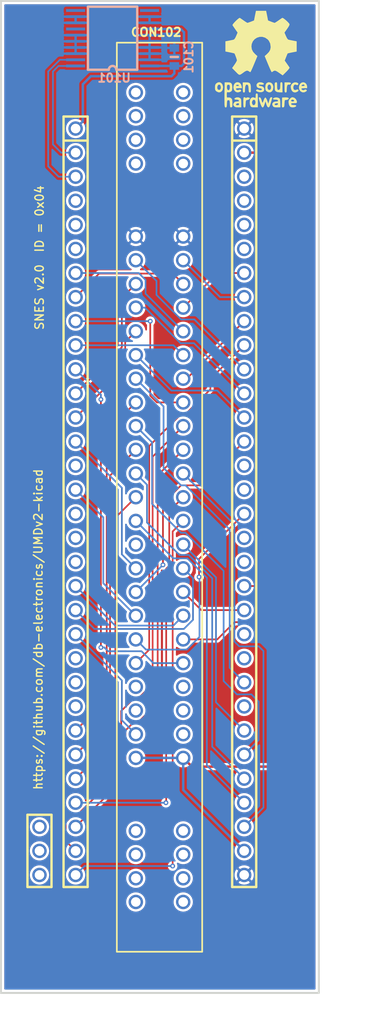
<source format=kicad_pcb>
(kicad_pcb (version 20171130) (host pcbnew "(5.1.2-1)-1")
  (title_block (title "SNES UMDv2 Adapter") (date 2020-03-02) (rev 2.0) (comment 1 "Licensed Under CERN OHL v.1.2") (comment 2 https://github.com/beatlegeuse/UMDv2-snes-kicad))
  (layers (0 F.Cu signal) (31 B.Cu signal) (34 B.Paste user) (35 F.Paste user) (36 B.SilkS user) (37 F.SilkS user) (38 B.Mask user) (39 F.Mask user) (44 Edge.Cuts user))
  (net 0 "")
  (net 1 +3V3)
  (net 2 GND)
  (net 3 /SDA)
  (net 4 /SCL)
  (net 5 /A15)
  (net 6 /A13)
  (net 7 /A18)
  (net 8 /A16)
  (net 9 /A10)
  (net 10 /A8)
  (net 11 /D0)
  (net 12 /D2)
  (net 13 /D6)
  (net 14 /D4)
  (net 15 /A5)
  (net 16 /A3)
  (net 17 /A1)
  (net 18 /A22)
  (net 19 /A20)
  (net 20 /A19)
  (net 21 /A23)
  (net 22 /A21)
  (net 23 /A2)
  (net 24 /A4)
  (net 25 /A6)
  (net 26 /D5)
  (net 27 /D7)
  (net 28 /D3)
  (net 29 /D1)
  (net 30 /A7)
  (net 31 /A9)
  (net 32 /A11)
  (net 33 /A17)
  (net 34 /A12)
  (net 35 /A14)
  (net 36 "Net-(CON101-Pad67)")
  (net 37 "Net-(CON101-Pad66)")
  (net 38 "Net-(CON101-Pad65)")
  (net 39 +5V)
  (net 40 "Net-(CON101-Pad62)")
  (net 41 "Net-(CON101-Pad61)")
  (net 42 "Net-(CON101-Pad60)")
  (net 43 "Net-(CON101-Pad59)")
  (net 44 /~RD)
  (net 45 "Net-(CON101-Pad50)")
  (net 46 "Net-(CON101-Pad49)")
  (net 47 "Net-(CON101-Pad47)")
  (net 48 "Net-(CON101-Pad46)")
  (net 49 "Net-(CON101-Pad43)")
  (net 50 "Net-(CON101-Pad42)")
  (net 51 "Net-(CON101-Pad40)")
  (net 52 /~CE)
  (net 53 /A0)
  (net 54 "Net-(CON101-Pad25)")
  (net 55 "Net-(CON101-Pad24)")
  (net 56 "Net-(CON101-Pad23)")
  (net 57 /~RESET)
  (net 58 "Net-(CON101-Pad19)")
  (net 59 "Net-(CON101-Pad18)")
  (net 60 "Net-(CON101-Pad17)")
  (net 61 "Net-(CON101-Pad15)")
  (net 62 /~WR)
  (net 63 "Net-(CON101-Pad6)")
  (net 64 "Net-(CON101-Pad5)")
  (net 65 "Net-(CON101-Pad4)")
  (net 66 "Net-(CON102-Pad32)")
  (net 67 "Net-(CON102-Pad33)")
  (net 68 "Net-(CON102-Pad34)")
  (net 69 "Net-(CON102-Pad35)")
  (net 70 "Net-(CON102-Pad55)")
  (net 71 "Net-(CON102-Pad56)")
  (net 72 "Net-(CON102-Pad57)")
  (net 73 "Net-(CON102-Pad59)")
  (net 74 "Net-(CON102-Pad60)")
  (net 75 "Net-(CON102-Pad61)")
  (net 76 "Net-(CON102-Pad62)")
  (net 77 "Net-(CON102-Pad31)")
  (net 78 "Net-(CON102-Pad30)")
  (net 79 "Net-(CON102-Pad29)")
  (net 80 "Net-(CON102-Pad28)")
  (net 81 "Net-(CON102-Pad25)")
  (net 82 "Net-(CON102-Pad24)")
  (net 83 "Net-(CON102-Pad18)")
  (net 84 "Net-(CON102-Pad4)")
  (net 85 "Net-(CON102-Pad3)")
  (net 86 "Net-(CON102-Pad2)")
  (net 87 "Net-(CON102-Pad1)")
  (net 88 "Net-(U101-Pad7)")
  (net 89 "Net-(U101-Pad10)")
  (net 90 "Net-(U101-Pad11)")
  (module db-thparts:UMD-CONN-DIP64 (layer F.Cu) (at 135.89 64.77)
    (fp_text reference CON101 hide)
    (fp_text value UMDv2-CONN hide)
    (pad 67 thru_hole circle (at -3.81 78.74 270) (size 1.524 1.524) (drill 1.016) (layers *.Cu *.Mask) (net 36 "Net-(CON101-Pad67)"))
    (pad 66 thru_hole circle (at -3.81 76.2 270) (size 1.524 1.524) (drill 1.016) (layers *.Cu *.Mask) (net 37 "Net-(CON101-Pad66)"))
    (pad 65 thru_hole circle (at -3.81 73.66 270) (size 1.524 1.524) (drill 1.016) (layers *.Cu *.Mask) (net 38 "Net-(CON101-Pad65)"))
    (pad 64 thru_hole circle (at 17.78 0) (size 1.524 1.524) (drill 1.016) (layers *.Cu *.Mask) (net 2 GND))
    (pad 63 thru_hole circle (at 17.78 2.54) (size 1.524 1.524) (drill 1.016) (layers *.Cu *.Mask) (net 39 +5V))
    (pad 62 thru_hole circle (at 17.78 5.08) (size 1.524 1.524) (drill 1.016) (layers *.Cu *.Mask) (net 40 "Net-(CON101-Pad62)"))
    (pad 61 thru_hole circle (at 17.78 7.62) (size 1.524 1.524) (drill 1.016) (layers *.Cu *.Mask) (net 41 "Net-(CON101-Pad61)"))
    (pad 60 thru_hole circle (at 17.78 10.16) (size 1.524 1.524) (drill 1.016) (layers *.Cu *.Mask) (net 42 "Net-(CON101-Pad60)"))
    (pad 59 thru_hole circle (at 17.78 12.7) (size 1.524 1.524) (drill 1.016) (layers *.Cu *.Mask) (net 43 "Net-(CON101-Pad59)"))
    (pad 58 thru_hole circle (at 17.78 15.24) (size 1.524 1.524) (drill 1.016) (layers *.Cu *.Mask) (net 35 /A14))
    (pad 57 thru_hole circle (at 17.78 17.78) (size 1.524 1.524) (drill 1.016) (layers *.Cu *.Mask) (net 34 /A12))
    (pad 56 thru_hole circle (at 17.78 20.32) (size 1.524 1.524) (drill 1.016) (layers *.Cu *.Mask) (net 33 /A17))
    (pad 55 thru_hole circle (at 17.78 22.86) (size 1.524 1.524) (drill 1.016) (layers *.Cu *.Mask) (net 44 /~RD))
    (pad 54 thru_hole circle (at 17.78 25.4) (size 1.524 1.524) (drill 1.016) (layers *.Cu *.Mask) (net 32 /A11))
    (pad 53 thru_hole circle (at 17.78 27.94) (size 1.524 1.524) (drill 1.016) (layers *.Cu *.Mask) (net 31 /A9))
    (pad 52 thru_hole circle (at 17.78 30.48) (size 1.524 1.524) (drill 1.016) (layers *.Cu *.Mask) (net 30 /A7))
    (pad 51 thru_hole circle (at 17.78 33.02) (size 1.524 1.524) (drill 1.016) (layers *.Cu *.Mask) (net 29 /D1))
    (pad 50 thru_hole circle (at 17.78 35.56) (size 1.524 1.524) (drill 1.016) (layers *.Cu *.Mask) (net 45 "Net-(CON101-Pad50)"))
    (pad 49 thru_hole circle (at 17.78 38.1) (size 1.524 1.524) (drill 1.016) (layers *.Cu *.Mask) (net 46 "Net-(CON101-Pad49)"))
    (pad 48 thru_hole circle (at 17.78 40.64) (size 1.524 1.524) (drill 1.016) (layers *.Cu *.Mask) (net 28 /D3))
    (pad 47 thru_hole circle (at 17.78 43.18) (size 1.524 1.524) (drill 1.016) (layers *.Cu *.Mask) (net 47 "Net-(CON101-Pad47)"))
    (pad 46 thru_hole circle (at 17.78 45.72) (size 1.524 1.524) (drill 1.016) (layers *.Cu *.Mask) (net 48 "Net-(CON101-Pad46)"))
    (pad 45 thru_hole circle (at 17.78 48.26) (size 1.524 1.524) (drill 1.016) (layers *.Cu *.Mask) (net 27 /D7))
    (pad 44 thru_hole circle (at 17.78 50.8) (size 1.524 1.524) (drill 1.016) (layers *.Cu *.Mask) (net 26 /D5))
    (pad 43 thru_hole circle (at 17.78 53.34) (size 1.524 1.524) (drill 1.016) (layers *.Cu *.Mask) (net 49 "Net-(CON101-Pad43)"))
    (pad 42 thru_hole circle (at 17.78 55.88) (size 1.524 1.524) (drill 1.016) (layers *.Cu *.Mask) (net 50 "Net-(CON101-Pad42)"))
    (pad 41 thru_hole circle (at 17.78 58.42) (size 1.524 1.524) (drill 1.016) (layers *.Cu *.Mask) (net 25 /A6))
    (pad 40 thru_hole circle (at 17.78 60.96) (size 1.524 1.524) (drill 1.016) (layers *.Cu *.Mask) (net 51 "Net-(CON101-Pad40)"))
    (pad 39 thru_hole circle (at 17.78 63.5) (size 1.524 1.524) (drill 1.016) (layers *.Cu *.Mask) (net 52 /~CE))
    (pad 38 thru_hole circle (at 17.78 66.04) (size 1.524 1.524) (drill 1.016) (layers *.Cu *.Mask) (net 24 /A4))
    (pad 37 thru_hole circle (at 17.78 68.58) (size 1.524 1.524) (drill 1.016) (layers *.Cu *.Mask) (net 23 /A2))
    (pad 36 thru_hole circle (at 17.78 71.12) (size 1.524 1.524) (drill 1.016) (layers *.Cu *.Mask) (net 53 /A0))
    (pad 35 thru_hole circle (at 17.78 73.66) (size 1.524 1.524) (drill 1.016) (layers *.Cu *.Mask) (net 22 /A21))
    (pad 34 thru_hole circle (at 17.78 76.2) (size 1.524 1.524) (drill 1.016) (layers *.Cu *.Mask) (net 39 +5V))
    (pad 33 thru_hole circle (at 17.78 78.74) (size 1.524 1.524) (drill 1.016) (layers *.Cu *.Mask) (net 2 GND))
    (pad 32 thru_hole circle (at 0 78.74) (size 1.524 1.524) (drill 1.016) (layers *.Cu *.Mask) (net 21 /A23))
    (pad 31 thru_hole circle (at 0 76.2) (size 1.524 1.524) (drill 1.016) (layers *.Cu *.Mask) (net 20 /A19))
    (pad 30 thru_hole circle (at 0 73.66) (size 1.524 1.524) (drill 1.016) (layers *.Cu *.Mask) (net 19 /A20))
    (pad 29 thru_hole circle (at 0 71.12) (size 1.524 1.524) (drill 1.016) (layers *.Cu *.Mask) (net 18 /A22))
    (pad 28 thru_hole circle (at 0 68.58) (size 1.524 1.524) (drill 1.016) (layers *.Cu *.Mask) (net 17 /A1))
    (pad 27 thru_hole circle (at 0 66.04) (size 1.524 1.524) (drill 1.016) (layers *.Cu *.Mask) (net 16 /A3))
    (pad 26 thru_hole circle (at 0 63.5) (size 1.524 1.524) (drill 1.016) (layers *.Cu *.Mask) (net 15 /A5))
    (pad 25 thru_hole circle (at 0 60.96) (size 1.524 1.524) (drill 1.016) (layers *.Cu *.Mask) (net 54 "Net-(CON101-Pad25)"))
    (pad 24 thru_hole circle (at 0 58.42) (size 1.524 1.524) (drill 1.016) (layers *.Cu *.Mask) (net 55 "Net-(CON101-Pad24)"))
    (pad 23 thru_hole circle (at 0 55.88) (size 1.524 1.524) (drill 1.016) (layers *.Cu *.Mask) (net 56 "Net-(CON101-Pad23)"))
    (pad 22 thru_hole circle (at 0 53.34) (size 1.524 1.524) (drill 1.016) (layers *.Cu *.Mask) (net 57 /~RESET))
    (pad 21 thru_hole circle (at 0 50.8) (size 1.524 1.524) (drill 1.016) (layers *.Cu *.Mask) (net 14 /D4))
    (pad 20 thru_hole circle (at 0 48.26) (size 1.524 1.524) (drill 1.016) (layers *.Cu *.Mask) (net 13 /D6))
    (pad 19 thru_hole circle (at 0 45.72) (size 1.524 1.524) (drill 1.016) (layers *.Cu *.Mask) (net 58 "Net-(CON101-Pad19)"))
    (pad 18 thru_hole circle (at 0 43.18) (size 1.524 1.524) (drill 1.016) (layers *.Cu *.Mask) (net 59 "Net-(CON101-Pad18)"))
    (pad 17 thru_hole circle (at 0 40.64) (size 1.524 1.524) (drill 1.016) (layers *.Cu *.Mask) (net 60 "Net-(CON101-Pad17)"))
    (pad 16 thru_hole circle (at 0 38.1) (size 1.524 1.524) (drill 1.016) (layers *.Cu *.Mask) (net 12 /D2))
    (pad 15 thru_hole circle (at 0 35.56) (size 1.524 1.524) (drill 1.016) (layers *.Cu *.Mask) (net 61 "Net-(CON101-Pad15)"))
    (pad 14 thru_hole circle (at 0 33.02) (size 1.524 1.524) (drill 1.016) (layers *.Cu *.Mask) (net 11 /D0))
    (pad 13 thru_hole circle (at 0 30.48) (size 1.524 1.524) (drill 1.016) (layers *.Cu *.Mask) (net 10 /A8))
    (pad 12 thru_hole circle (at 0 27.94) (size 1.524 1.524) (drill 1.016) (layers *.Cu *.Mask) (net 9 /A10))
    (pad 11 thru_hole circle (at 0 25.4) (size 1.524 1.524) (drill 1.016) (layers *.Cu *.Mask) (net 62 /~WR))
    (pad 10 thru_hole circle (at 0 22.86) (size 1.524 1.524) (drill 1.016) (layers *.Cu *.Mask) (net 8 /A16))
    (pad 9 thru_hole circle (at 0 20.32) (size 1.524 1.524) (drill 1.016) (layers *.Cu *.Mask) (net 7 /A18))
    (pad 8 thru_hole circle (at 0 17.78) (size 1.524 1.524) (drill 1.016) (layers *.Cu *.Mask) (net 6 /A13))
    (pad 7 thru_hole circle (at 0 15.24) (size 1.524 1.524) (drill 1.016) (layers *.Cu *.Mask) (net 5 /A15))
    (pad 6 thru_hole circle (at 0 12.7) (size 1.524 1.524) (drill 1.016) (layers *.Cu *.Mask) (net 63 "Net-(CON101-Pad6)"))
    (pad 5 thru_hole circle (at 0 10.16) (size 1.524 1.524) (drill 1.016) (layers *.Cu *.Mask) (net 64 "Net-(CON101-Pad5)"))
    (pad 4 thru_hole circle (at 0 7.62) (size 1.524 1.524) (drill 1.016) (layers *.Cu *.Mask) (net 65 "Net-(CON101-Pad4)"))
    (pad 3 thru_hole circle (at 0 5.08) (size 1.524 1.524) (drill 1.016) (layers *.Cu *.Mask) (net 3 /SDA))
    (pad 2 thru_hole circle (at 0 2.54) (size 1.524 1.524) (drill 1.016) (layers *.Cu *.Mask) (net 4 /SCL))
    (pad 1 thru_hole circle (at 0 0) (size 1.524 1.524) (drill 1.016) (layers *.Cu *.Mask) (net 1 +3V3))
  )
  (module db-artwork:oshw-logo_10mm (layer F.Cu) (at 155.448 57.404)
    (fp_text reference G*** hide)
    (fp_text value LOGO hide)
  )
  (module db-smt:SSOP-20 (layer B.Cu) (at 135.89 58.166)
    (fp_text reference U101 (at 4.064 1.27) (layer B.SilkS) (effects (font (size 0.889 0.889) (thickness 0.2032)) (justify mirror)))
    (fp_text value MCP23008T-E_SS hide)
    (pad 1 smd rect (at 0 0) (size 2 0.3) (layers B.Cu B.Paste B.Mask) (net 4 /SCL))
    (pad 2 smd rect (at 0 -0.65) (size 2 0.3) (layers B.Cu B.Paste B.Mask) (net 3 /SDA))
    (pad 3 smd rect (at 0 -1.3) (size 2 0.3) (layers B.Cu B.Paste B.Mask) (net 2 GND))
    (pad 4 smd rect (at 0 -1.95) (size 2 0.3) (layers B.Cu B.Paste B.Mask) (net 2 GND))
    (pad 5 smd rect (at 0 -2.6) (size 2 0.3) (layers B.Cu B.Paste B.Mask) (net 2 GND))
    (pad 6 smd rect (at 0 -3.25) (size 2 0.3) (layers B.Cu B.Paste B.Mask) (net 2 GND))
    (pad 7 smd rect (at 0 -3.9) (size 2 0.3) (layers B.Cu B.Paste B.Mask) (net 88 "Net-(U101-Pad7)"))
    (pad 8 smd rect (at 0 -4.55) (size 2 0.3) (layers B.Cu B.Paste B.Mask) (net 2 GND))
    (pad 9 smd rect (at 0 -5.2) (size 2 0.3) (layers B.Cu B.Paste B.Mask) (net 2 GND))
    (pad 10 smd rect (at 0 -5.85) (size 2 0.3) (layers B.Cu B.Paste B.Mask) (net 89 "Net-(U101-Pad10)"))
    (pad 11 smd rect (at 7.8 -5.85) (size 2 0.3) (layers B.Cu B.Paste B.Mask) (net 90 "Net-(U101-Pad11)"))
    (pad 12 smd rect (at 7.8 -5.2) (size 2 0.3) (layers B.Cu B.Paste B.Mask) (net 2 GND))
    (pad 13 smd rect (at 7.8 -4.55) (size 2 0.3) (layers B.Cu B.Paste B.Mask) (net 2 GND))
    (pad 14 smd rect (at 7.8 -3.9) (size 2 0.3) (layers B.Cu B.Paste B.Mask) (net 1 +3V3))
    (pad 15 smd rect (at 7.8 -3.25) (size 2 0.3) (layers B.Cu B.Paste B.Mask) (net 2 GND))
    (pad 16 smd rect (at 7.8 -2.6) (size 2 0.3) (layers B.Cu B.Paste B.Mask) (net 2 GND))
    (pad 19 smd rect (at 7.8 -0.65) (size 2 0.3) (layers B.Cu B.Paste B.Mask) (net 2 GND))
    (pad 20 smd rect (at 7.8 0) (size 2 0.3) (layers B.Cu B.Paste B.Mask) (net 1 +3V3))
    (pad 17 smd rect (at 7.8 -1.95) (size 2 0.3) (layers B.Cu B.Paste B.Mask) (net 2 GND))
    (pad 18 smd rect (at 7.8 -1.3) (size 2 0.3) (layers B.Cu B.Paste B.Mask) (net 2 GND))
  )
  (module db-smt:0603 (layer B.Cu) (at 146.304 57.216 90)
    (fp_text reference C101 (at 0 1.524 90) (layer B.SilkS) (effects (font (size 0.889 0.889) (thickness 0.2032)) (justify mirror)))
    (fp_text value 0.1uF/50V hide)
    (pad 1 smd rect (at -0.95 0 90) (size 0.8 1) (layers B.Cu B.Paste B.Mask) (net 1 +3V3))
    (pad 2 smd rect (at 0.95 0 90) (size 0.8 1) (layers B.Cu B.Paste B.Mask) (net 2 GND))
  )
  (module db-thparts:SNES-CONN-EXP (layer F.Cu) (at 142.24 60.96)
    (fp_text reference CON102 (at 2.159 -6.35) (layer F.SilkS) (effects (font (size 0.889 0.889) (thickness 0.2032))))
    (fp_text value SNES-CONN hide)
    (pad 32 thru_hole circle (at 5 0) (size 1.524 1.524) (drill 1.016) (layers *.Cu *.Mask) (net 66 "Net-(CON102-Pad32)"))
    (pad 33 thru_hole circle (at 5 2.5) (size 1.524 1.524) (drill 1.016) (layers *.Cu *.Mask) (net 67 "Net-(CON102-Pad33)"))
    (pad 34 thru_hole circle (at 5 5) (size 1.524 1.524) (drill 1.016) (layers *.Cu *.Mask) (net 68 "Net-(CON102-Pad34)"))
    (pad 35 thru_hole circle (at 5 7.5) (size 1.524 1.524) (drill 1.016) (layers *.Cu *.Mask) (net 69 "Net-(CON102-Pad35)"))
    (pad 36 thru_hole circle (at 5 15.2) (size 1.524 1.524) (drill 1.016) (layers *.Cu *.Mask) (net 2 GND))
    (pad 37 thru_hole circle (at 5 17.7) (size 1.524 1.524) (drill 1.016) (layers *.Cu *.Mask) (net 34 /A12))
    (pad 38 thru_hole circle (at 5 20.2) (size 1.524 1.524) (drill 1.016) (layers *.Cu *.Mask) (net 6 /A13))
    (pad 39 thru_hole circle (at 5 22.7) (size 1.524 1.524) (drill 1.016) (layers *.Cu *.Mask) (net 35 /A14))
    (pad 40 thru_hole circle (at 5 25.2) (size 1.524 1.524) (drill 1.016) (layers *.Cu *.Mask) (net 5 /A15))
    (pad 41 thru_hole circle (at 5 27.7) (size 1.524 1.524) (drill 1.016) (layers *.Cu *.Mask) (net 8 /A16))
    (pad 42 thru_hole circle (at 5 30.2) (size 1.524 1.524) (drill 1.016) (layers *.Cu *.Mask) (net 33 /A17))
    (pad 43 thru_hole circle (at 5 32.7) (size 1.524 1.524) (drill 1.016) (layers *.Cu *.Mask) (net 7 /A18))
    (pad 44 thru_hole circle (at 5 35.2) (size 1.524 1.524) (drill 1.016) (layers *.Cu *.Mask) (net 20 /A19))
    (pad 45 thru_hole circle (at 5 37.7) (size 1.524 1.524) (drill 1.016) (layers *.Cu *.Mask) (net 19 /A20))
    (pad 46 thru_hole circle (at 5 40.2) (size 1.524 1.524) (drill 1.016) (layers *.Cu *.Mask) (net 22 /A21))
    (pad 47 thru_hole circle (at 5 42.7) (size 1.524 1.524) (drill 1.016) (layers *.Cu *.Mask) (net 18 /A22))
    (pad 48 thru_hole circle (at 5 45.2) (size 1.524 1.524) (drill 1.016) (layers *.Cu *.Mask) (net 21 /A23))
    (pad 49 thru_hole circle (at 5 47.7) (size 1.524 1.524) (drill 1.016) (layers *.Cu *.Mask) (net 52 /~CE))
    (pad 50 thru_hole circle (at 5 50.2) (size 1.524 1.524) (drill 1.016) (layers *.Cu *.Mask) (net 14 /D4))
    (pad 51 thru_hole circle (at 5 52.7) (size 1.524 1.524) (drill 1.016) (layers *.Cu *.Mask) (net 26 /D5))
    (pad 52 thru_hole circle (at 5 55.2) (size 1.524 1.524) (drill 1.016) (layers *.Cu *.Mask) (net 13 /D6))
    (pad 53 thru_hole circle (at 5 57.7) (size 1.524 1.524) (drill 1.016) (layers *.Cu *.Mask) (net 27 /D7))
    (pad 54 thru_hole circle (at 5 60.2) (size 1.524 1.524) (drill 1.016) (layers *.Cu *.Mask) (net 62 /~WR))
    (pad 55 thru_hole circle (at 5 62.7) (size 1.524 1.524) (drill 1.016) (layers *.Cu *.Mask) (net 70 "Net-(CON102-Pad55)"))
    (pad 56 thru_hole circle (at 5 65.2) (size 1.524 1.524) (drill 1.016) (layers *.Cu *.Mask) (net 71 "Net-(CON102-Pad56)"))
    (pad 57 thru_hole circle (at 5 67.7) (size 1.524 1.524) (drill 1.016) (layers *.Cu *.Mask) (net 72 "Net-(CON102-Pad57)"))
    (pad 58 thru_hole circle (at 5 70.2) (size 1.524 1.524) (drill 1.016) (layers *.Cu *.Mask) (net 39 +5V))
    (pad 59 thru_hole circle (at 5 77.9) (size 1.524 1.524) (drill 1.016) (layers *.Cu *.Mask) (net 73 "Net-(CON102-Pad59)"))
    (pad 60 thru_hole circle (at 5 80.4) (size 1.524 1.524) (drill 1.016) (layers *.Cu *.Mask) (net 74 "Net-(CON102-Pad60)"))
    (pad 61 thru_hole circle (at 5 82.9) (size 1.524 1.524) (drill 1.016) (layers *.Cu *.Mask) (net 75 "Net-(CON102-Pad61)"))
    (pad 62 thru_hole circle (at 5 85.4) (size 1.524 1.524) (drill 1.016) (layers *.Cu *.Mask) (net 76 "Net-(CON102-Pad62)"))
    (pad 31 thru_hole circle (at 0 85.4) (size 1.524 1.524) (drill 1.016) (layers *.Cu *.Mask) (net 77 "Net-(CON102-Pad31)"))
    (pad 30 thru_hole circle (at 0 82.9) (size 1.524 1.524) (drill 1.016) (layers *.Cu *.Mask) (net 78 "Net-(CON102-Pad30)"))
    (pad 29 thru_hole circle (at 0 80.4) (size 1.524 1.524) (drill 1.016) (layers *.Cu *.Mask) (net 79 "Net-(CON102-Pad29)"))
    (pad 28 thru_hole circle (at 0 77.9) (size 1.524 1.524) (drill 1.016) (layers *.Cu *.Mask) (net 80 "Net-(CON102-Pad28)"))
    (pad 27 thru_hole circle (at 0 70.2) (size 1.524 1.524) (drill 1.016) (layers *.Cu *.Mask) (net 39 +5V))
    (pad 26 thru_hole circle (at 0 67.7) (size 1.524 1.524) (drill 1.016) (layers *.Cu *.Mask) (net 57 /~RESET))
    (pad 25 thru_hole circle (at 0 65.2) (size 1.524 1.524) (drill 1.016) (layers *.Cu *.Mask) (net 81 "Net-(CON102-Pad25)"))
    (pad 24 thru_hole circle (at 0 62.7) (size 1.524 1.524) (drill 1.016) (layers *.Cu *.Mask) (net 82 "Net-(CON102-Pad24)"))
    (pad 23 thru_hole circle (at 0 60.2) (size 1.524 1.524) (drill 1.016) (layers *.Cu *.Mask) (net 44 /~RD))
    (pad 22 thru_hole circle (at 0 57.7) (size 1.524 1.524) (drill 1.016) (layers *.Cu *.Mask) (net 28 /D3))
    (pad 21 thru_hole circle (at 0 55.2) (size 1.524 1.524) (drill 1.016) (layers *.Cu *.Mask) (net 12 /D2))
    (pad 20 thru_hole circle (at 0 52.7) (size 1.524 1.524) (drill 1.016) (layers *.Cu *.Mask) (net 29 /D1))
    (pad 19 thru_hole circle (at 0 50.2) (size 1.524 1.524) (drill 1.016) (layers *.Cu *.Mask) (net 11 /D0))
    (pad 18 thru_hole circle (at 0 47.7) (size 1.524 1.524) (drill 1.016) (layers *.Cu *.Mask) (net 83 "Net-(CON102-Pad18)"))
    (pad 17 thru_hole circle (at 0 45.2) (size 1.524 1.524) (drill 1.016) (layers *.Cu *.Mask) (net 53 /A0))
    (pad 16 thru_hole circle (at 0 42.7) (size 1.524 1.524) (drill 1.016) (layers *.Cu *.Mask) (net 17 /A1))
    (pad 15 thru_hole circle (at 0 40.2) (size 1.524 1.524) (drill 1.016) (layers *.Cu *.Mask) (net 23 /A2))
    (pad 14 thru_hole circle (at 0 37.7) (size 1.524 1.524) (drill 1.016) (layers *.Cu *.Mask) (net 16 /A3))
    (pad 13 thru_hole circle (at 0 35.2) (size 1.524 1.524) (drill 1.016) (layers *.Cu *.Mask) (net 24 /A4))
    (pad 12 thru_hole circle (at 0 32.7) (size 1.524 1.524) (drill 1.016) (layers *.Cu *.Mask) (net 15 /A5))
    (pad 11 thru_hole circle (at 0 30.2) (size 1.524 1.524) (drill 1.016) (layers *.Cu *.Mask) (net 25 /A6))
    (pad 10 thru_hole circle (at 0 27.7) (size 1.524 1.524) (drill 1.016) (layers *.Cu *.Mask) (net 30 /A7))
    (pad 9 thru_hole circle (at 0 25.2) (size 1.524 1.524) (drill 1.016) (layers *.Cu *.Mask) (net 10 /A8))
    (pad 8 thru_hole circle (at 0 22.7) (size 1.524 1.524) (drill 1.016) (layers *.Cu *.Mask) (net 31 /A9))
    (pad 7 thru_hole circle (at 0 20.2) (size 1.524 1.524) (drill 1.016) (layers *.Cu *.Mask) (net 9 /A10))
    (pad 6 thru_hole circle (at 0 17.7) (size 1.524 1.524) (drill 1.016) (layers *.Cu *.Mask) (net 32 /A11))
    (pad 5 thru_hole circle (at 0 15.2) (size 1.524 1.524) (drill 1.016) (layers *.Cu *.Mask) (net 2 GND))
    (pad 4 thru_hole circle (at 0 7.5) (size 1.524 1.524) (drill 1.016) (layers *.Cu *.Mask) (net 84 "Net-(CON102-Pad4)"))
    (pad 3 thru_hole circle (at 0 5) (size 1.524 1.524) (drill 1.016) (layers *.Cu *.Mask) (net 85 "Net-(CON102-Pad3)"))
    (pad 2 thru_hole circle (at 0 2.5) (size 1.524 1.524) (drill 1.016) (layers *.Cu *.Mask) (net 86 "Net-(CON102-Pad2)"))
    (pad 1 thru_hole circle (at 0 0) (size 1.524 1.524) (drill 1.016) (layers *.Cu *.Mask) (net 87 "Net-(CON102-Pad1)"))
  )
  (gr_line (start 128.016 51.308) (end 128.016 155.956) (layer Edge.Cuts) (width 0.2))
  (gr_line (start 161.544 155.956) (end 161.544 51.308) (layer Edge.Cuts) (width 0.2))
  (gr_line (start 128.016 155.956) (end 161.544 155.956) (layer Edge.Cuts) (width 0.2))
  (gr_line (start 128.016 51.308) (end 161.544 51.308) (layer Edge.Cuts) (width 0.2))
  (gr_text "ID = 0x04" (at 132.08 74.295 90) (layer F.SilkS) (effects (font (size 0.889 0.889) (thickness 0.1524))))
  (gr_text "SNES v2.0" (at 132.08 82.55 90) (layer F.SilkS) (effects (font (size 0.889 0.889) (thickness 0.1524))))
  (gr_text https://github.com/db-electronics/UMDv2-kicad (at 131.953 117.602 90) (layer F.SilkS) (effects (font (size 0.889 0.889) (thickness 0.1524))))
  (segment (start 143.69 58.166) (end 146.304 58.166) (width 0.254) (layer B.Cu) (net 1))
  (segment (start 147.32 54.61) (end 146.976 54.266) (width 0.254) (layer B.Cu) (net 1))
  (segment (start 146.976 54.266) (end 143.69 54.266) (width 0.254) (layer B.Cu) (net 1))
  (segment (start 147.066 58.166) (end 147.32 57.912) (width 0.254) (layer B.Cu) (net 1))
  (segment (start 147.32 57.912) (end 147.32 54.61) (width 0.254) (layer B.Cu) (net 1))
  (segment (start 146.304 58.166) (end 147.066 58.166) (width 0.254) (layer B.Cu) (net 1))
  (segment (start 136.651999 64.008001) (end 136.651999 60.098001) (width 0.254) (layer B.Cu) (net 1))
  (segment (start 135.89 64.77) (end 136.651999 64.008001) (width 0.254) (layer B.Cu) (net 1))
  (segment (start 136.651999 60.098001) (end 137.5 59.25) (width 0.254) (layer B.Cu) (net 1))
  (segment (start 137.5 59.25) (end 146 59.25) (width 0.254) (layer B.Cu) (net 1))
  (segment (start 146.304 58.946) (end 146.304 58.166) (width 0.254) (layer B.Cu) (net 1))
  (segment (start 146 59.25) (end 146.304 58.946) (width 0.254) (layer B.Cu) (net 1))
  (segment (start 147.7723 75.6276) (end 147.7724 75.6276) (width 0.254) (layer B.Cu) (net 2))
  (segment (start 147.24 76.16) (end 147.7724 75.6276) (width 0.254) (layer B.Cu) (net 2))
  (segment (start 146.254 56.216) (end 146.304 56.266) (width 0.254) (layer B.Cu) (net 2))
  (segment (start 134.231092 57.516) (end 134.508 57.516) (width 0.1778) (layer B.Cu) (net 3))
  (segment (start 133 58.747092) (end 134.231092 57.516) (width 0.1778) (layer B.Cu) (net 3))
  (segment (start 133 68.75) (end 133 58.747092) (width 0.1778) (layer B.Cu) (net 3))
  (segment (start 134.508 57.516) (end 135.89 57.516) (width 0.1778) (layer B.Cu) (net 3))
  (segment (start 134.1 69.85) (end 133 68.75) (width 0.1778) (layer B.Cu) (net 3))
  (segment (start 135.89 69.85) (end 134.1 69.85) (width 0.1778) (layer B.Cu) (net 3))
  (segment (start 134.366 67.31) (end 135.89 67.31) (width 0.1778) (layer B.Cu) (net 4))
  (segment (start 133.5 66.444) (end 134.366 67.31) (width 0.1778) (layer B.Cu) (net 4))
  (segment (start 133.5 58.75) (end 133.5 66.444) (width 0.1778) (layer B.Cu) (net 4))
  (segment (start 134.084 58.166) (end 133.5 58.75) (width 0.1778) (layer B.Cu) (net 4))
  (segment (start 135.89 58.166) (end 134.084 58.166) (width 0.1778) (layer B.Cu) (net 4))
  (segment (start 135.89 80.01) (end 142.5453 80.01) (width 0.1778) (layer B.Cu) (net 5))
  (segment (start 142.5453 80.01) (end 143.269 80.7337) (width 0.1778) (layer B.Cu) (net 5))
  (segment (start 143.269 80.7337) (end 143.269 82.189) (width 0.1778) (layer B.Cu) (net 5))
  (segment (start 143.269 82.189) (end 147.24 86.16) (width 0.1778) (layer B.Cu) (net 5))
  (segment (start 135.89 82.55) (end 138.3738 80.0662) (width 0.1778) (layer F.Cu) (net 6))
  (segment (start 138.3738 80.0662) (end 146.1462 80.0662) (width 0.1778) (layer F.Cu) (net 6))
  (segment (start 146.1462 80.0662) (end 147.24 81.16) (width 0.1778) (layer F.Cu) (net 6))
  (via (at 143.764 85.09) (size 0.508) (drill 0.254) (layers F.Cu B.Cu) (net 7))
  (segment (start 135.89 85.09) (end 143.764 85.09) (width 0.1778) (layer B.Cu) (net 7))
  (segment (start 144.46 93.66) (end 147.24 93.66) (width 0.1778) (layer F.Cu) (net 7))
  (segment (start 143.764 92.964) (end 144.46 93.66) (width 0.1778) (layer F.Cu) (net 7))
  (segment (start 143.764 85.09) (end 143.764 92.964) (width 0.1778) (layer F.Cu) (net 7))
  (segment (start 135.89 87.63) (end 146.21 87.63) (width 0.1778) (layer B.Cu) (net 8))
  (segment (start 146.21 87.63) (end 147.24 88.66) (width 0.1778) (layer B.Cu) (net 8))
  (segment (start 135.89 92.71) (end 140.7691 87.8309) (width 0.1778) (layer F.Cu) (net 9))
  (segment (start 140.7691 87.8309) (end 140.7691 82.6309) (width 0.1778) (layer F.Cu) (net 9))
  (segment (start 140.7691 82.6309) (end 142.24 81.16) (width 0.1778) (layer F.Cu) (net 9))
  (segment (start 135.89 95.25) (end 141.1251 90.0149) (width 0.1778) (layer F.Cu) (net 10))
  (segment (start 141.1251 90.0149) (end 141.1251 87.2749) (width 0.1778) (layer F.Cu) (net 10))
  (segment (start 141.1251 87.2749) (end 142.24 86.16) (width 0.1778) (layer F.Cu) (net 10))
  (segment (start 135.89 97.79) (end 140.7691 102.6691) (width 0.1778) (layer B.Cu) (net 11))
  (segment (start 140.7691 102.6691) (end 140.7691 109.6891) (width 0.1778) (layer B.Cu) (net 11))
  (segment (start 140.7691 109.6891) (end 142.24 111.16) (width 0.1778) (layer B.Cu) (net 11))
  (segment (start 135.89 102.87) (end 138.8158 105.7958) (width 0.1778) (layer B.Cu) (net 12))
  (segment (start 138.8158 105.7958) (end 138.8158 112.7358) (width 0.1778) (layer B.Cu) (net 12))
  (segment (start 138.8158 112.7358) (end 142.24 116.16) (width 0.1778) (layer B.Cu) (net 12))
  (segment (start 135.89 113.03) (end 140.061 117.201) (width 0.1778) (layer B.Cu) (net 13))
  (segment (start 140.061 117.201) (end 146.199 117.201) (width 0.1778) (layer B.Cu) (net 13))
  (segment (start 146.199 117.201) (end 147.24 116.16) (width 0.1778) (layer B.Cu) (net 13))
  (segment (start 135.89 115.57) (end 137.877 117.557) (width 0.1778) (layer B.Cu) (net 14))
  (segment (start 137.877 117.557) (end 147.3092 117.557) (width 0.1778) (layer B.Cu) (net 14))
  (segment (start 147.3092 117.557) (end 148.2729 116.5933) (width 0.1778) (layer B.Cu) (net 14))
  (segment (start 148.2729 116.5933) (end 148.2729 112.1929) (width 0.1778) (layer B.Cu) (net 14))
  (segment (start 148.2729 112.1929) (end 147.24 111.16) (width 0.1778) (layer B.Cu) (net 14))
  (segment (start 142.24 93.66) (end 139.1678 96.7322) (width 0.1778) (layer F.Cu) (net 15))
  (segment (start 139.1678 96.7322) (end 139.1678 124.9922) (width 0.1778) (layer F.Cu) (net 15))
  (segment (start 139.1678 124.9922) (end 135.89 128.27) (width 0.1778) (layer F.Cu) (net 15))
  (segment (start 142.24 98.66) (end 139.5237 101.3763) (width 0.1778) (layer F.Cu) (net 16))
  (segment (start 139.5237 101.3763) (end 139.5237 127.1763) (width 0.1778) (layer F.Cu) (net 16))
  (segment (start 139.5237 127.1763) (end 135.89 130.81) (width 0.1778) (layer F.Cu) (net 16))
  (segment (start 142.24 103.66) (end 140.0828 105.8172) (width 0.1778) (layer F.Cu) (net 17))
  (segment (start 140.0828 105.8172) (end 140.0828 129.1572) (width 0.1778) (layer F.Cu) (net 17))
  (segment (start 140.0828 129.1572) (end 135.89 133.35) (width 0.1778) (layer F.Cu) (net 17))
  (segment (start 145.4464 111.2012) (end 145.7691 110.8785) (width 0.1778) (layer F.Cu) (net 18))
  (segment (start 145.7691 110.8785) (end 145.7691 105.1309) (width 0.1778) (layer F.Cu) (net 18))
  (segment (start 145.7691 105.1309) (end 147.24 103.66) (width 0.1778) (layer F.Cu) (net 18))
  (segment (start 135.89 135.89) (end 145.288 135.89) (width 0.1778) (layer B.Cu) (net 18))
  (segment (start 145.4464 135.37239) (end 145.4464 132.7464) (width 0.1778) (layer F.Cu) (net 18))
  (segment (start 145.4464 132.7464) (end 145.4464 111.2012) (width 0.1778) (layer F.Cu) (net 18))
  (segment (start 145.4464 132.8793) (end 145.4464 132.7464) (width 0.1778) (layer F.Cu) (net 18))
  (via (at 145.415 135.89) (size 0.508) (drill 0.254) (layers F.Cu B.Cu) (net 18))
  (segment (start 145.4464 135.8586) (end 145.415 135.89) (width 0.1778) (layer F.Cu) (net 18))
  (segment (start 145.4464 135.37239) (end 145.4464 135.8586) (width 0.1778) (layer F.Cu) (net 18))
  (segment (start 135.89 138.43) (end 141.1506 133.1694) (width 0.1778) (layer F.Cu) (net 19))
  (segment (start 141.1506 133.1694) (end 141.1506 128.2639) (width 0.1778) (layer F.Cu) (net 19))
  (segment (start 141.1506 128.2639) (end 142.0045 127.41) (width 0.1778) (layer F.Cu) (net 19))
  (segment (start 142.0045 127.41) (end 142.4788 127.41) (width 0.1778) (layer F.Cu) (net 19))
  (segment (start 142.4788 127.41) (end 144.545 125.3438) (width 0.1778) (layer F.Cu) (net 19))
  (segment (start 144.545 125.3438) (end 144.545 101.355) (width 0.1778) (layer F.Cu) (net 19))
  (segment (start 144.545 101.355) (end 147.24 98.66) (width 0.1778) (layer F.Cu) (net 19))
  (segment (start 135.89 140.97) (end 134.8435 139.9235) (width 0.1778) (layer F.Cu) (net 20))
  (segment (start 134.8435 139.9235) (end 134.8435 137.9471) (width 0.1778) (layer F.Cu) (net 20))
  (segment (start 134.8435 137.9471) (end 135.6306 137.16) (width 0.1778) (layer F.Cu) (net 20))
  (segment (start 135.6306 137.16) (end 136.0873 137.16) (width 0.1778) (layer F.Cu) (net 20))
  (segment (start 136.0873 137.16) (end 140.699 132.5483) (width 0.1778) (layer F.Cu) (net 20))
  (segment (start 140.699 132.5483) (end 140.699 126.2123) (width 0.1778) (layer F.Cu) (net 20))
  (segment (start 140.699 126.2123) (end 142.0013 124.91) (width 0.1778) (layer F.Cu) (net 20))
  (segment (start 142.0013 124.91) (end 142.4768 124.91) (width 0.1778) (layer F.Cu) (net 20))
  (segment (start 142.4768 124.91) (end 144.0114 123.3754) (width 0.1778) (layer F.Cu) (net 20))
  (segment (start 144.0114 123.3754) (end 144.0114 99.3886) (width 0.1778) (layer F.Cu) (net 20))
  (segment (start 144.0114 99.3886) (end 147.24 96.16) (width 0.1778) (layer F.Cu) (net 20))
  (segment (start 146.12471 107.27529) (end 146.12471 142.56871) (width 0.1778) (layer F.Cu) (net 21))
  (segment (start 147.24 106.16) (end 146.12471 107.27529) (width 0.1778) (layer F.Cu) (net 21))
  (segment (start 146.12471 142.56871) (end 146.12471 142.56871) (width 0.1778) (layer F.Cu) (net 21))
  (via (at 146.12471 142.56871) (size 0.508) (drill 0.254) (layers F.Cu B.Cu) (net 21))
  (segment (start 136.83129 142.56871) (end 135.89 143.51) (width 0.1778) (layer B.Cu) (net 21))
  (segment (start 146.12471 142.56871) (end 136.83129 142.56871) (width 0.1778) (layer B.Cu) (net 21))
  (segment (start 152.6409 106.5609) (end 147.24 101.16) (width 0.1778) (layer B.Cu) (net 22))
  (segment (start 152.6409 118.8851) (end 152.6409 106.5609) (width 0.1778) (layer B.Cu) (net 22))
  (segment (start 155.702 136.398) (end 155.702 119.888) (width 0.1778) (layer B.Cu) (net 22))
  (segment (start 155.702 119.888) (end 155.2071 119.3931) (width 0.1778) (layer B.Cu) (net 22))
  (segment (start 153.67 138.43) (end 155.702 136.398) (width 0.1778) (layer B.Cu) (net 22))
  (segment (start 153.1489 119.3931) (end 152.6409 118.8851) (width 0.1778) (layer B.Cu) (net 22))
  (segment (start 155.2071 119.3931) (end 153.1489 119.3931) (width 0.1778) (layer B.Cu) (net 22))
  (segment (start 153.67 133.35) (end 150.2983 129.9783) (width 0.1778) (layer B.Cu) (net 23))
  (segment (start 150.2983 129.9783) (end 150.2983 112.2218) (width 0.1778) (layer B.Cu) (net 23))
  (segment (start 150.2983 112.2218) (end 147.8301 109.7536) (width 0.1778) (layer B.Cu) (net 23))
  (segment (start 147.8301 109.7536) (end 146.8453 109.7536) (width 0.1778) (layer B.Cu) (net 23))
  (segment (start 146.8453 109.7536) (end 143.4228 106.3311) (width 0.1778) (layer B.Cu) (net 23))
  (segment (start 143.4228 106.3311) (end 143.4228 102.3428) (width 0.1778) (layer B.Cu) (net 23))
  (segment (start 143.4228 102.3428) (end 142.24 101.16) (width 0.1778) (layer B.Cu) (net 23))
  (segment (start 155.194 129.286) (end 153.67 130.81) (width 0.1778) (layer B.Cu) (net 24))
  (segment (start 154.432 124.46) (end 155.194 125.222) (width 0.1778) (layer B.Cu) (net 24))
  (segment (start 152.908 124.46) (end 154.432 124.46) (width 0.1778) (layer B.Cu) (net 24))
  (segment (start 151.5009 111.4321) (end 151.5009 123.0529) (width 0.1778) (layer B.Cu) (net 24))
  (segment (start 142.24 96.16) (end 143.9566 97.8766) (width 0.1778) (layer B.Cu) (net 24))
  (segment (start 147.4788 107.41) (end 151.5009 111.4321) (width 0.1778) (layer B.Cu) (net 24))
  (segment (start 151.5009 123.0529) (end 152.908 124.46) (width 0.1778) (layer B.Cu) (net 24))
  (segment (start 143.9566 104.3633) (end 147.0033 107.41) (width 0.1778) (layer B.Cu) (net 24))
  (segment (start 143.9566 97.8766) (end 143.9566 104.3633) (width 0.1778) (layer B.Cu) (net 24))
  (segment (start 155.194 125.222) (end 155.194 129.286) (width 0.1778) (layer B.Cu) (net 24))
  (segment (start 147.0033 107.41) (end 147.4788 107.41) (width 0.1778) (layer B.Cu) (net 24))
  (segment (start 142.24 91.16) (end 145.1664 94.0864) (width 0.1778) (layer B.Cu) (net 25))
  (segment (start 145.1664 94.0864) (end 145.1664 100.5703) (width 0.1778) (layer B.Cu) (net 25))
  (segment (start 145.1664 100.5703) (end 147.0061 102.41) (width 0.1778) (layer B.Cu) (net 25))
  (segment (start 147.0061 102.41) (end 147.4832 102.41) (width 0.1778) (layer B.Cu) (net 25))
  (segment (start 147.4832 102.41) (end 152.1375 107.0643) (width 0.1778) (layer B.Cu) (net 25))
  (segment (start 152.1375 107.0643) (end 152.1375 121.6575) (width 0.1778) (layer B.Cu) (net 25))
  (segment (start 152.1375 121.6575) (end 153.67 123.19) (width 0.1778) (layer B.Cu) (net 25))
  (segment (start 147.24 114.237) (end 147.24 113.66) (width 0.1778) (layer F.Cu) (net 26))
  (segment (start 149.15 115.57) (end 153.67 115.57) (width 0.1778) (layer F.Cu) (net 26))
  (segment (start 147.24 113.66) (end 149.15 115.57) (width 0.1778) (layer F.Cu) (net 26))
  (segment (start 153.67 113.03) (end 153.67 113.3204) (width 0.1778) (layer F.Cu) (net 27))
  (segment (start 155.448 116.205) (end 155.448 113.538) (width 0.1778) (layer F.Cu) (net 27))
  (segment (start 152.654 116.84) (end 154.813 116.84) (width 0.1778) (layer F.Cu) (net 27))
  (segment (start 150.834 118.66) (end 152.654 116.84) (width 0.1778) (layer F.Cu) (net 27))
  (segment (start 154.94 113.03) (end 153.67 113.03) (width 0.1778) (layer F.Cu) (net 27))
  (segment (start 154.813 116.84) (end 155.448 116.205) (width 0.1778) (layer F.Cu) (net 27))
  (segment (start 155.448 113.538) (end 154.94 113.03) (width 0.1778) (layer F.Cu) (net 27))
  (segment (start 147.24 118.66) (end 150.834 118.66) (width 0.1778) (layer F.Cu) (net 27))
  (segment (start 142.24 118.66) (end 143.3147 119.7347) (width 0.1778) (layer B.Cu) (net 28))
  (segment (start 143.3147 119.7347) (end 147.6206 119.7347) (width 0.1778) (layer B.Cu) (net 28))
  (segment (start 147.6206 119.7347) (end 148.9571 118.3982) (width 0.1778) (layer B.Cu) (net 28))
  (segment (start 148.9571 118.3982) (end 148.9571 117.2932) (width 0.1778) (layer B.Cu) (net 28))
  (via (at 148.910709 112.074291) (size 0.508) (drill 0.254) (layers F.Cu B.Cu) (net 28))
  (segment (start 148.9571 112.120682) (end 148.910709 112.074291) (width 0.1778) (layer B.Cu) (net 28))
  (segment (start 148.9571 117.2932) (end 148.9571 112.120682) (width 0.1778) (layer B.Cu) (net 28))
  (segment (start 148.910709 110.169291) (end 149.1615 109.9185) (width 0.1778) (layer F.Cu) (net 28))
  (segment (start 148.910709 112.074291) (end 148.910709 110.169291) (width 0.1778) (layer F.Cu) (net 28))
  (segment (start 149.1615 109.9185) (end 148.9571 110.1229) (width 0.1778) (layer F.Cu) (net 28))
  (segment (start 153.67 105.41) (end 149.1615 109.9185) (width 0.1778) (layer F.Cu) (net 28))
  (segment (start 145.1034 110.7966) (end 145.1034 104.3137) (width 0.1778) (layer F.Cu) (net 29))
  (segment (start 145.1034 104.3137) (end 147.0071 102.41) (width 0.1778) (layer F.Cu) (net 29))
  (segment (start 147.0071 102.41) (end 149.05 102.41) (width 0.1778) (layer F.Cu) (net 29))
  (segment (start 149.05 102.41) (end 153.67 97.79) (width 0.1778) (layer F.Cu) (net 29))
  (segment (start 145.1034 110.7966) (end 142.24 113.66) (width 0.1778) (layer B.Cu) (net 29))
  (via (at 145.1034 110.7966) (size 0.508) (layers F.Cu B.Cu) (net 29))
  (segment (start 153.67 95.25) (end 150.83 92.41) (width 0.1778) (layer B.Cu) (net 30))
  (segment (start 150.83 92.41) (end 145.99 92.41) (width 0.1778) (layer B.Cu) (net 30))
  (segment (start 145.99 92.41) (end 142.24 88.66) (width 0.1778) (layer B.Cu) (net 30))
  (segment (start 153.67 92.71) (end 148.37 87.41) (width 0.1778) (layer B.Cu) (net 31))
  (segment (start 148.37 87.41) (end 146.949 87.41) (width 0.1778) (layer B.Cu) (net 31))
  (segment (start 146.949 87.41) (end 143.199 83.66) (width 0.1778) (layer B.Cu) (net 31))
  (segment (start 143.199 83.66) (end 142.24 83.66) (width 0.1778) (layer B.Cu) (net 31))
  (segment (start 153.67 90.17) (end 148.41 84.91) (width 0.1778) (layer B.Cu) (net 32))
  (segment (start 148.41 84.91) (end 147.0119 84.91) (width 0.1778) (layer B.Cu) (net 32))
  (segment (start 147.0119 84.91) (end 144.4191 82.3172) (width 0.1778) (layer B.Cu) (net 32))
  (segment (start 144.4191 82.3172) (end 144.4191 80.8391) (width 0.1778) (layer B.Cu) (net 32))
  (segment (start 144.4191 80.8391) (end 142.24 78.66) (width 0.1778) (layer B.Cu) (net 32))
  (segment (start 153.67 85.09) (end 147.6 91.16) (width 0.1778) (layer F.Cu) (net 33))
  (segment (start 147.6 91.16) (end 147.24 91.16) (width 0.1778) (layer F.Cu) (net 33))
  (segment (start 153.67 82.55) (end 151.13 82.55) (width 0.1778) (layer B.Cu) (net 34))
  (segment (start 151.13 82.55) (end 147.24 78.66) (width 0.1778) (layer B.Cu) (net 34))
  (segment (start 153.67 80.01) (end 150.89 80.01) (width 0.1778) (layer F.Cu) (net 35))
  (segment (start 150.89 80.01) (end 147.24 83.66) (width 0.1778) (layer F.Cu) (net 35))
  (segment (start 147.24 131.16) (end 142.24 131.16) (width 0.254) (layer B.Cu) (net 39))
  (segment (start 153.67 140.97) (end 147.24 134.54) (width 0.254) (layer B.Cu) (net 39))
  (segment (start 147.24 134.54) (end 147.24 131.16) (width 0.254) (layer B.Cu) (net 39))
  (segment (start 156.464 67.31) (end 153.67 67.31) (width 0.254) (layer F.Cu) (net 39))
  (segment (start 156.21 132.08) (end 157.48 130.81) (width 0.254) (layer F.Cu) (net 39))
  (segment (start 148.16 132.08) (end 156.21 132.08) (width 0.254) (layer F.Cu) (net 39))
  (segment (start 157.48 68.326) (end 156.464 67.31) (width 0.254) (layer F.Cu) (net 39))
  (segment (start 157.48 130.81) (end 157.48 68.326) (width 0.254) (layer F.Cu) (net 39))
  (segment (start 147.24 131.16) (end 148.16 132.08) (width 0.254) (layer F.Cu) (net 39))
  (segment (start 153.67 87.63) (end 150.1082 91.1918) (width 0.1778) (layer F.Cu) (net 44))
  (segment (start 150.1082 91.1918) (end 150.1082 92.2769) (width 0.1778) (layer F.Cu) (net 44))
  (segment (start 150.1082 92.2769) (end 147.4751 94.91) (width 0.1778) (layer F.Cu) (net 44))
  (segment (start 147.4751 94.91) (end 147.001 94.91) (width 0.1778) (layer F.Cu) (net 44))
  (segment (start 147.001 94.91) (end 143.6554 98.2556) (width 0.1778) (layer F.Cu) (net 44))
  (segment (start 143.6554 98.2556) (end 143.6554 119.7446) (width 0.1778) (layer F.Cu) (net 44))
  (segment (start 143.6554 119.7446) (end 142.24 121.16) (width 0.1778) (layer F.Cu) (net 44))
  (segment (start 153.67 128.27) (end 150.6973 125.2973) (width 0.1778) (layer B.Cu) (net 52))
  (segment (start 150.6973 125.2973) (end 150.6973 112.1172) (width 0.1778) (layer B.Cu) (net 52))
  (segment (start 150.6973 112.1172) (end 150.6972 112.1172) (width 0.1778) (layer B.Cu) (net 52))
  (segment (start 150.6972 112.1172) (end 147.24 108.66) (width 0.1778) (layer B.Cu) (net 52))
  (segment (start 142.24 106.16) (end 146.1896 110.1096) (width 0.1778) (layer B.Cu) (net 53))
  (segment (start 146.1896 110.1096) (end 147.6824 110.1096) (width 0.1778) (layer B.Cu) (net 53))
  (segment (start 147.6824 110.1096) (end 149.7339 112.1611) (width 0.1778) (layer B.Cu) (net 53))
  (segment (start 149.7339 112.1611) (end 149.7339 131.954) (width 0.1778) (layer B.Cu) (net 53))
  (segment (start 149.7339 131.954) (end 149.734 131.954) (width 0.1778) (layer B.Cu) (net 53))
  (segment (start 149.734 131.954) (end 153.67 135.89) (width 0.1778) (layer B.Cu) (net 53))
  (segment (start 135.89 118.11) (end 140.7691 122.9891) (width 0.1778) (layer B.Cu) (net 57))
  (segment (start 140.7691 122.9891) (end 140.7691 127.1891) (width 0.1778) (layer B.Cu) (net 57))
  (segment (start 140.7691 127.1891) (end 142.24 128.66) (width 0.1778) (layer B.Cu) (net 57))
  (segment (start 142.843 119.91) (end 144.093 121.16) (width 0.1778) (layer B.Cu) (net 62))
  (segment (start 144.093 121.16) (end 147.24 121.16) (width 0.1778) (layer B.Cu) (net 62))
  (via (at 138.557 119.507) (size 0.508) (drill 0.254) (layers F.Cu B.Cu) (net 62))
  (segment (start 138.557 93.345) (end 138.557 119.507) (width 0.1778) (layer F.Cu) (net 62))
  (segment (start 142.643 119.91) (end 142.843 119.91) (width 0.1778) (layer B.Cu) (net 62))
  (segment (start 138.91621 119.507) (end 139.31921 119.91) (width 0.1778) (layer B.Cu) (net 62))
  (segment (start 138.557 119.507) (end 138.91621 119.507) (width 0.1778) (layer B.Cu) (net 62))
  (segment (start 141.202 119.91) (end 142.643 119.91) (width 0.1778) (layer B.Cu) (net 62))
  (segment (start 139.31921 119.91) (end 141.202 119.91) (width 0.1778) (layer B.Cu) (net 62))
  (segment (start 139.4956 119.91) (end 141.202 119.91) (width 0.1778) (layer B.Cu) (net 62))
  (via (at 138.557 93.345) (size 0.508) (drill 0.254) (layers F.Cu B.Cu) (net 62))
  (segment (start 138.557 92.837) (end 138.557 93.345) (width 0.1778) (layer B.Cu) (net 62))
  (segment (start 135.89 90.17) (end 138.557 92.837) (width 0.1778) (layer B.Cu) (net 62))
  (zone (net 2) (net_name GND) (layer B.Cu) (connect_pads (clearance 0.254)) (min_thickness 0.1778) (fill yes (arc_segments 32) (thermal_gap 0.254) (thermal_bridge_width 0.254))
    (polygon (pts (xy 128.143 51.435) (xy 128.143 155.829) (xy 161.29 155.829) (xy 161.29 51.435)))
  )
  (zone (net 2) (net_name GND) (layer F.Cu) (connect_pads (clearance 0.254)) (min_thickness 0.1778) (fill yes (arc_segments 32) (thermal_gap 0.254) (thermal_bridge_width 0.254))
    (polygon (pts (xy 128.143 51.435) (xy 128.143 155.829) (xy 161.29 155.829) (xy 161.29 51.435)))
  )
)
</source>
